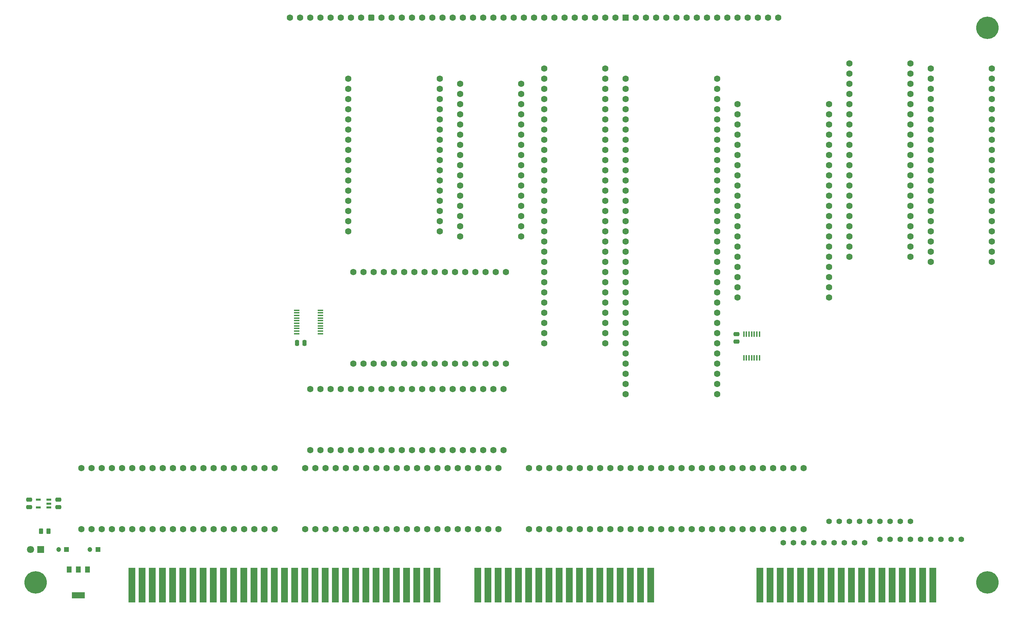
<source format=gts>
%TF.GenerationSoftware,KiCad,Pcbnew,7.0.5*%
%TF.CreationDate,2024-02-23T20:54:14+02:00*%
%TF.ProjectId,Processor Board,50726f63-6573-4736-9f72-20426f617264,rev?*%
%TF.SameCoordinates,PX10f4d20PY1360f00*%
%TF.FileFunction,Soldermask,Top*%
%TF.FilePolarity,Negative*%
%FSLAX46Y46*%
G04 Gerber Fmt 4.6, Leading zero omitted, Abs format (unit mm)*
G04 Created by KiCad (PCBNEW 7.0.5) date 2024-02-23 20:54:14*
%MOMM*%
%LPD*%
G01*
G04 APERTURE LIST*
G04 Aperture macros list*
%AMRoundRect*
0 Rectangle with rounded corners*
0 $1 Rounding radius*
0 $2 $3 $4 $5 $6 $7 $8 $9 X,Y pos of 4 corners*
0 Add a 4 corners polygon primitive as box body*
4,1,4,$2,$3,$4,$5,$6,$7,$8,$9,$2,$3,0*
0 Add four circle primitives for the rounded corners*
1,1,$1+$1,$2,$3*
1,1,$1+$1,$4,$5*
1,1,$1+$1,$6,$7*
1,1,$1+$1,$8,$9*
0 Add four rect primitives between the rounded corners*
20,1,$1+$1,$2,$3,$4,$5,0*
20,1,$1+$1,$4,$5,$6,$7,0*
20,1,$1+$1,$6,$7,$8,$9,0*
20,1,$1+$1,$8,$9,$2,$3,0*%
G04 Aperture macros list end*
%ADD10C,1.600000*%
%ADD11R,1.200000X1.500000*%
%ADD12R,3.300000X1.500000*%
%ADD13R,1.780000X8.620000*%
%ADD14R,1.475000X0.450000*%
%ADD15RoundRect,0.250000X-0.475000X0.250000X-0.475000X-0.250000X0.475000X-0.250000X0.475000X0.250000X0*%
%ADD16C,1.400000*%
%ADD17R,0.450000X1.475000*%
%ADD18RoundRect,0.400000X-0.400000X-0.400000X0.400000X-0.400000X0.400000X0.400000X-0.400000X0.400000X0*%
%ADD19R,1.600000X1.600000*%
%ADD20R,1.200000X1.200000*%
%ADD21C,1.200000*%
%ADD22C,5.600000*%
%ADD23R,1.150000X0.600000*%
%ADD24R,1.800000X1.800000*%
%ADD25C,1.800000*%
%ADD26RoundRect,0.250000X-0.250000X-0.475000X0.250000X-0.475000X0.250000X0.475000X-0.250000X0.475000X0*%
%ADD27RoundRect,0.250000X-0.262500X-0.450000X0.262500X-0.450000X0.262500X0.450000X-0.262500X0.450000X0*%
G04 APERTURE END LIST*
D10*
%TO.C,B10*%
X106045000Y-13970000D03*
X106045000Y-16510000D03*
X106045000Y-19050000D03*
X106045000Y-21590000D03*
X106045000Y-24130000D03*
X106045000Y-26670000D03*
X106045000Y-29210000D03*
X106045000Y-31750000D03*
X106045000Y-34290000D03*
X106045000Y-36830000D03*
X106045000Y-39370000D03*
X106045000Y-41910000D03*
X106045000Y-44450000D03*
X106045000Y-46990000D03*
X106045000Y-49530000D03*
X106045000Y-52070000D03*
X121285000Y-52070000D03*
X121285000Y-49530000D03*
X121285000Y-46990000D03*
X121285000Y-44450000D03*
X121285000Y-41910000D03*
X121285000Y-39370000D03*
X121285000Y-36830000D03*
X121285000Y-34290000D03*
X121285000Y-31750000D03*
X121285000Y-29210000D03*
X121285000Y-26670000D03*
X121285000Y-24130000D03*
X121285000Y-21590000D03*
X121285000Y-19050000D03*
X121285000Y-16510000D03*
X121285000Y-13970000D03*
%TD*%
D11*
%TO.C,IC3*%
X12968000Y-135230000D03*
X10668000Y-135230000D03*
X8368000Y-135230000D03*
D12*
X10668000Y-141630000D03*
%TD*%
D13*
%TO.C,J1*%
X180866248Y-139065000D03*
X183406248Y-139065000D03*
X185946248Y-139065000D03*
X188486248Y-139065000D03*
X191026248Y-139065000D03*
X193566248Y-139065000D03*
X196106248Y-139065000D03*
X198646248Y-139065000D03*
X201186248Y-139065000D03*
X203726248Y-139065000D03*
X206266248Y-139065000D03*
X208806248Y-139065000D03*
X211346248Y-139065000D03*
X213886248Y-139065000D03*
X216426248Y-139065000D03*
X218966248Y-139065000D03*
X221506248Y-139065000D03*
X224046248Y-139065000D03*
%TD*%
D14*
%TO.C,IC1*%
X71120000Y-76320000D03*
X71120000Y-75670000D03*
X71120000Y-75020000D03*
X71120000Y-74370000D03*
X71120000Y-73720000D03*
X71120000Y-73070000D03*
X71120000Y-72420000D03*
X71120000Y-71770000D03*
X71120000Y-71120000D03*
X71120000Y-70470000D03*
X65244000Y-70470000D03*
X65244000Y-71120000D03*
X65244000Y-71770000D03*
X65244000Y-72420000D03*
X65244000Y-73070000D03*
X65244000Y-73720000D03*
X65244000Y-74370000D03*
X65244000Y-75020000D03*
X65244000Y-75670000D03*
X65244000Y-76320000D03*
%TD*%
D15*
%TO.C,C1*%
X5677000Y-117737000D03*
X5677000Y-119637000D03*
%TD*%
D10*
%TO.C,B5*%
X142240000Y-78740000D03*
X142240000Y-76200000D03*
X142240000Y-73660000D03*
X142240000Y-71120000D03*
X142240000Y-68580000D03*
X142240000Y-66040000D03*
X142240000Y-63500000D03*
X142240000Y-60960000D03*
X142240000Y-58420000D03*
X142240000Y-55880000D03*
X142240000Y-53340000D03*
X142240000Y-50800000D03*
X142240000Y-48260000D03*
X142240000Y-45720000D03*
X142240000Y-43180000D03*
X142240000Y-40640000D03*
X142240000Y-38100000D03*
X142240000Y-35560000D03*
X142240000Y-33020000D03*
X142240000Y-30480000D03*
X142240000Y-27940000D03*
X142240000Y-25400000D03*
X142240000Y-22860000D03*
X142240000Y-20320000D03*
X142240000Y-17780000D03*
X142240000Y-15240000D03*
X142240000Y-12700000D03*
X142240000Y-10160000D03*
X127000000Y-10160000D03*
X127000000Y-12700000D03*
X127000000Y-15240000D03*
X127000000Y-17780000D03*
X127000000Y-20320000D03*
X127000000Y-22860000D03*
X127000000Y-25400000D03*
X127000000Y-27940000D03*
X127000000Y-30480000D03*
X127000000Y-33020000D03*
X127000000Y-35560000D03*
X127000000Y-38100000D03*
X127000000Y-40640000D03*
X127000000Y-43180000D03*
X127000000Y-45720000D03*
X127000000Y-48260000D03*
X127000000Y-50800000D03*
X127000000Y-53340000D03*
X127000000Y-55880000D03*
X127000000Y-58420000D03*
X127000000Y-60960000D03*
X127000000Y-63500000D03*
X127000000Y-66040000D03*
X127000000Y-68580000D03*
X127000000Y-71120000D03*
X127000000Y-73660000D03*
X127000000Y-76200000D03*
X127000000Y-78740000D03*
%TD*%
%TO.C,B3*%
X203200000Y-8890000D03*
X203200000Y-11430000D03*
X203200000Y-13970000D03*
X203200000Y-16510000D03*
X203200000Y-19050000D03*
X203200000Y-21590000D03*
X203200000Y-24130000D03*
X203200000Y-26670000D03*
X203200000Y-29210000D03*
X203200000Y-31750000D03*
X203200000Y-34290000D03*
X203200000Y-36830000D03*
X203200000Y-39370000D03*
X203200000Y-41910000D03*
X203200000Y-44450000D03*
X203200000Y-46990000D03*
X203200000Y-49530000D03*
X203200000Y-52070000D03*
X203200000Y-54610000D03*
X203200000Y-57150000D03*
X218440000Y-57150000D03*
X218440000Y-54610000D03*
X218440000Y-52070000D03*
X218440000Y-49530000D03*
X218440000Y-46990000D03*
X218440000Y-44450000D03*
X218440000Y-41910000D03*
X218440000Y-39370000D03*
X218440000Y-36830000D03*
X218440000Y-34290000D03*
X218440000Y-31750000D03*
X218440000Y-29210000D03*
X218440000Y-26670000D03*
X218440000Y-24130000D03*
X218440000Y-21590000D03*
X218440000Y-19050000D03*
X218440000Y-16510000D03*
X218440000Y-13970000D03*
X218440000Y-11430000D03*
X218440000Y-8890000D03*
%TD*%
%TO.C,B9*%
X59690000Y-109855000D03*
X57150000Y-109855000D03*
X54610000Y-109855000D03*
X52070000Y-109855000D03*
X49530000Y-109855000D03*
X46990000Y-109855000D03*
X44450000Y-109855000D03*
X41910000Y-109855000D03*
X39370000Y-109855000D03*
X36830000Y-109855000D03*
X34290000Y-109855000D03*
X31750000Y-109855000D03*
X29210000Y-109855000D03*
X26670000Y-109855000D03*
X24130000Y-109855000D03*
X21590000Y-109855000D03*
X19050000Y-109855000D03*
X16510000Y-109855000D03*
X13970000Y-109855000D03*
X11430000Y-109855000D03*
X11430000Y-125095000D03*
X13970000Y-125095000D03*
X16510000Y-125095000D03*
X19050000Y-125095000D03*
X21590000Y-125095000D03*
X24130000Y-125095000D03*
X26670000Y-125095000D03*
X29210000Y-125095000D03*
X31750000Y-125095000D03*
X34290000Y-125095000D03*
X36830000Y-125095000D03*
X39370000Y-125095000D03*
X41910000Y-125095000D03*
X44450000Y-125095000D03*
X46990000Y-125095000D03*
X49530000Y-125095000D03*
X52070000Y-125095000D03*
X54610000Y-125095000D03*
X57150000Y-125095000D03*
X59690000Y-125095000D03*
%TD*%
%TO.C,B11*%
X78105000Y-12700000D03*
X78105000Y-15240000D03*
X78105000Y-17780000D03*
X78105000Y-20320000D03*
X78105000Y-22860000D03*
X78105000Y-25400000D03*
X78105000Y-27940000D03*
X78105000Y-30480000D03*
X78105000Y-33020000D03*
X78105000Y-35560000D03*
X78105000Y-38100000D03*
X78105000Y-40640000D03*
X78105000Y-43180000D03*
X78105000Y-45720000D03*
X78105000Y-48260000D03*
X78105000Y-50800000D03*
X100965000Y-50800000D03*
X100965000Y-48260000D03*
X100965000Y-45720000D03*
X100965000Y-43180000D03*
X100965000Y-40640000D03*
X100965000Y-38100000D03*
X100965000Y-35560000D03*
X100965000Y-33020000D03*
X100965000Y-30480000D03*
X100965000Y-27940000D03*
X100965000Y-25400000D03*
X100965000Y-22860000D03*
X100965000Y-20320000D03*
X100965000Y-17780000D03*
X100965000Y-15240000D03*
X100965000Y-12700000D03*
%TD*%
D16*
%TO.C,RN8*%
X231140000Y-127635000D03*
X228600000Y-127635000D03*
X226060000Y-127635000D03*
X223520000Y-127635000D03*
X220980000Y-127635000D03*
X218440000Y-127635000D03*
X215900000Y-127635000D03*
X213360000Y-127635000D03*
X210820000Y-127635000D03*
%TD*%
D17*
%TO.C,IC4*%
X176856000Y-82336500D03*
X177506000Y-82336500D03*
X178156000Y-82336500D03*
X178806000Y-82336500D03*
X179456000Y-82336500D03*
X180106000Y-82336500D03*
X180756000Y-82336500D03*
X180756000Y-76460500D03*
X180106000Y-76460500D03*
X179456000Y-76460500D03*
X178806000Y-76460500D03*
X178156000Y-76460500D03*
X177506000Y-76460500D03*
X176856000Y-76460500D03*
%TD*%
D10*
%TO.C,B14*%
X191770000Y-109855000D03*
X189230000Y-109855000D03*
X186690000Y-109855000D03*
X184150000Y-109855000D03*
X181610000Y-109855000D03*
X179070000Y-109855000D03*
X176530000Y-109855000D03*
X173990000Y-109855000D03*
X171450000Y-109855000D03*
X168910000Y-109855000D03*
X166370000Y-109855000D03*
X163830000Y-109855000D03*
X161290000Y-109855000D03*
X158750000Y-109855000D03*
X156210000Y-109855000D03*
X153670000Y-109855000D03*
X151130000Y-109855000D03*
X148590000Y-109855000D03*
X146050000Y-109855000D03*
X143510000Y-109855000D03*
X140970000Y-109855000D03*
X138430000Y-109855000D03*
X135890000Y-109855000D03*
X133350000Y-109855000D03*
X130810000Y-109855000D03*
X128270000Y-109855000D03*
X125730000Y-109855000D03*
X123190000Y-109855000D03*
X123190000Y-125095000D03*
X125730000Y-125095000D03*
X128270000Y-125095000D03*
X130810000Y-125095000D03*
X133350000Y-125095000D03*
X135890000Y-125095000D03*
X138430000Y-125095000D03*
X140970000Y-125095000D03*
X143510000Y-125095000D03*
X146050000Y-125095000D03*
X148590000Y-125095000D03*
X151130000Y-125095000D03*
X153670000Y-125095000D03*
X156210000Y-125095000D03*
X158750000Y-125095000D03*
X161290000Y-125095000D03*
X163830000Y-125095000D03*
X166370000Y-125095000D03*
X168910000Y-125095000D03*
X171450000Y-125095000D03*
X173990000Y-125095000D03*
X176530000Y-125095000D03*
X179070000Y-125095000D03*
X181610000Y-125095000D03*
X184150000Y-125095000D03*
X186690000Y-125095000D03*
X189230000Y-125095000D03*
X191770000Y-125095000D03*
%TD*%
%TO.C,B13*%
X63500000Y2540000D03*
X66040000Y2540000D03*
X68580000Y2540000D03*
X71120000Y2540000D03*
X73660000Y2540000D03*
X76200000Y2540000D03*
X78740000Y2540000D03*
X81280000Y2540000D03*
D18*
X83820000Y2540000D03*
D10*
X86360000Y2540000D03*
X88900000Y2540000D03*
X91440000Y2540000D03*
X93980000Y2540000D03*
X96520000Y2540000D03*
X99060000Y2540000D03*
X101600000Y2540000D03*
X104140000Y2540000D03*
X106680000Y2540000D03*
X109220000Y2540000D03*
X111760000Y2540000D03*
X114300000Y2540000D03*
X116840000Y2540000D03*
X119380000Y2540000D03*
X121920000Y2540000D03*
X124460000Y2540000D03*
X127000000Y2540000D03*
X129540000Y2540000D03*
X132080000Y2540000D03*
X134620000Y2540000D03*
X137160000Y2540000D03*
X139700000Y2540000D03*
X142240000Y2540000D03*
X144780000Y2540000D03*
D19*
X147320000Y2540000D03*
D10*
X149860000Y2540000D03*
X152400000Y2540000D03*
X154940000Y2540000D03*
X157480000Y2540000D03*
X160020000Y2540000D03*
X162560000Y2540000D03*
X165100000Y2540000D03*
X167640000Y2540000D03*
X170180000Y2540000D03*
X172720000Y2540000D03*
X175260000Y2540000D03*
X177800000Y2540000D03*
X180340000Y2540000D03*
X182880000Y2540000D03*
X185420000Y2540000D03*
%TD*%
D20*
%TO.C,C4*%
X7747000Y-130175000D03*
D21*
X5747000Y-130175000D03*
%TD*%
D22*
%TO.C,H8*%
X237696500Y0D03*
%TD*%
D23*
%TO.C,IC2*%
X3324000Y-119682000D03*
X3324000Y-118732000D03*
X3324000Y-117782000D03*
X724000Y-117782000D03*
X724000Y-119682000D03*
%TD*%
D15*
%TO.C,C2*%
X-1562000Y-117737000D03*
X-1562000Y-119637000D03*
%TD*%
D16*
%TO.C,RN9*%
X218440000Y-123190000D03*
X215900000Y-123190000D03*
X213360000Y-123190000D03*
X210820000Y-123190000D03*
X208280000Y-123190000D03*
X205740000Y-123190000D03*
X203200000Y-123190000D03*
X200660000Y-123190000D03*
X198120000Y-123190000D03*
%TD*%
D10*
%TO.C,B6*%
X116840000Y-90170000D03*
X114300000Y-90170000D03*
X111760000Y-90170000D03*
X109220000Y-90170000D03*
X106680000Y-90170000D03*
X104140000Y-90170000D03*
X101600000Y-90170000D03*
X99060000Y-90170000D03*
X96520000Y-90170000D03*
X93980000Y-90170000D03*
X91440000Y-90170000D03*
X88900000Y-90170000D03*
X86360000Y-90170000D03*
X83820000Y-90170000D03*
X81280000Y-90170000D03*
X78740000Y-90170000D03*
X76200000Y-90170000D03*
X73660000Y-90170000D03*
X71120000Y-90170000D03*
X68580000Y-90170000D03*
X68580000Y-105410000D03*
X71120000Y-105410000D03*
X73660000Y-105410000D03*
X76200000Y-105410000D03*
X78740000Y-105410000D03*
X81280000Y-105410000D03*
X83820000Y-105410000D03*
X86360000Y-105410000D03*
X88900000Y-105410000D03*
X91440000Y-105410000D03*
X93980000Y-105410000D03*
X96520000Y-105410000D03*
X99060000Y-105410000D03*
X101600000Y-105410000D03*
X104140000Y-105410000D03*
X106680000Y-105410000D03*
X109220000Y-105410000D03*
X111760000Y-105410000D03*
X114300000Y-105410000D03*
X116840000Y-105410000D03*
%TD*%
D24*
%TO.C,LED2*%
X1270000Y-130175000D03*
D25*
X-1270000Y-130175000D03*
%TD*%
D20*
%TO.C,C3*%
X15589000Y-130175000D03*
D21*
X13589000Y-130175000D03*
%TD*%
D10*
%TO.C,B1*%
X147320000Y-12700000D03*
X147320000Y-15240000D03*
X147320000Y-17780000D03*
X147320000Y-20320000D03*
X147320000Y-22860000D03*
X147320000Y-25400000D03*
X147320000Y-27940000D03*
X147320000Y-30480000D03*
X147320000Y-33020000D03*
X147320000Y-35560000D03*
X147320000Y-38100000D03*
X147320000Y-40640000D03*
X147320000Y-43180000D03*
X147320000Y-45720000D03*
X147320000Y-48260000D03*
X147320000Y-50800000D03*
X147320000Y-53340000D03*
X147320000Y-55880000D03*
X147320000Y-58420000D03*
X147320000Y-60960000D03*
X147320000Y-63500000D03*
X147320000Y-66040000D03*
X147320000Y-68580000D03*
X147320000Y-71120000D03*
X147320000Y-73660000D03*
X147320000Y-76200000D03*
X147320000Y-78740000D03*
X147320000Y-81280000D03*
X147320000Y-83820000D03*
X147320000Y-86360000D03*
X147320000Y-88900000D03*
X147320000Y-91440000D03*
X170180000Y-91440000D03*
X170180000Y-88900000D03*
X170180000Y-86360000D03*
X170180000Y-83820000D03*
X170180000Y-81280000D03*
X170180000Y-78740000D03*
X170180000Y-76200000D03*
X170180000Y-73660000D03*
X170180000Y-71120000D03*
X170180000Y-68580000D03*
X170180000Y-66040000D03*
X170180000Y-63500000D03*
X170180000Y-60960000D03*
X170180000Y-58420000D03*
X170180000Y-55880000D03*
X170180000Y-53340000D03*
X170180000Y-50800000D03*
X170180000Y-48260000D03*
X170180000Y-45720000D03*
X170180000Y-43180000D03*
X170180000Y-40640000D03*
X170180000Y-38100000D03*
X170180000Y-35560000D03*
X170180000Y-33020000D03*
X170180000Y-30480000D03*
X170180000Y-27940000D03*
X170180000Y-25400000D03*
X170180000Y-22860000D03*
X170180000Y-20320000D03*
X170180000Y-17780000D03*
X170180000Y-15240000D03*
X170180000Y-12700000D03*
%TD*%
D22*
%TO.C,H16*%
X237696500Y-138430000D03*
%TD*%
D26*
%TO.C,C5*%
X65261000Y-78602000D03*
X67161000Y-78602000D03*
%TD*%
D27*
%TO.C,R3*%
X1373500Y-125593000D03*
X3198500Y-125593000D03*
%TD*%
D10*
%TO.C,B2*%
X79375000Y-83820000D03*
X81915000Y-83820000D03*
X84455000Y-83820000D03*
X86995000Y-83820000D03*
X89535000Y-83820000D03*
X92075000Y-83820000D03*
X94615000Y-83820000D03*
X97155000Y-83820000D03*
X99695000Y-83820000D03*
X102235000Y-83820000D03*
X104775000Y-83820000D03*
X107315000Y-83820000D03*
X109855000Y-83820000D03*
X112395000Y-83820000D03*
X114935000Y-83820000D03*
X117475000Y-83820000D03*
X117475000Y-60960000D03*
X114935000Y-60960000D03*
X112395000Y-60960000D03*
X109855000Y-60960000D03*
X107315000Y-60960000D03*
X104775000Y-60960000D03*
X102235000Y-60960000D03*
X99695000Y-60960000D03*
X97155000Y-60960000D03*
X94615000Y-60960000D03*
X92075000Y-60960000D03*
X89535000Y-60960000D03*
X86995000Y-60960000D03*
X84455000Y-60960000D03*
X81915000Y-60960000D03*
X79375000Y-60960000D03*
%TD*%
D13*
%TO.C,J5*%
X24087200Y-139065000D03*
X26627200Y-139065000D03*
X29167200Y-139065000D03*
X31707200Y-139065000D03*
X34247200Y-139065000D03*
X36787200Y-139065000D03*
X39327200Y-139065000D03*
X41867200Y-139065000D03*
X44407200Y-139065000D03*
X46947200Y-139065000D03*
X49487200Y-139065000D03*
X52027200Y-139065000D03*
X54567200Y-139065000D03*
X57107200Y-139065000D03*
X59647200Y-139065000D03*
X62187200Y-139065000D03*
X64727200Y-139065000D03*
X67267200Y-139065000D03*
X69807200Y-139065000D03*
X72347200Y-139065000D03*
X74887200Y-139065000D03*
X77427200Y-139065000D03*
X79967200Y-139065000D03*
X82507200Y-139065000D03*
X85047200Y-139065000D03*
X87587200Y-139065000D03*
X90127200Y-139065000D03*
X92667200Y-139065000D03*
X95207200Y-139065000D03*
X97747200Y-139065000D03*
X100287200Y-139065000D03*
X110447200Y-139065000D03*
X112987200Y-139065000D03*
X115527200Y-139065000D03*
X118067200Y-139065000D03*
X120607200Y-139065000D03*
X123147200Y-139065000D03*
X125687200Y-139065000D03*
X128227200Y-139065000D03*
X130767200Y-139065000D03*
X133307200Y-139065000D03*
X135847200Y-139065000D03*
X138387200Y-139065000D03*
X140927200Y-139065000D03*
X143467200Y-139065000D03*
X146007200Y-139065000D03*
X148547200Y-139065000D03*
X151087200Y-139065000D03*
X153627200Y-139065000D03*
%TD*%
D16*
%TO.C,RN7*%
X186690000Y-128524000D03*
X189230000Y-128524000D03*
X191770000Y-128524000D03*
X194310000Y-128524000D03*
X196850000Y-128524000D03*
X199390000Y-128524000D03*
X201930000Y-128524000D03*
X204470000Y-128524000D03*
X207010000Y-128524000D03*
%TD*%
D15*
%TO.C,C6*%
X174996000Y-76432500D03*
X174996000Y-78332500D03*
%TD*%
D10*
%TO.C,B8*%
X115570000Y-109855000D03*
X113030000Y-109855000D03*
X110490000Y-109855000D03*
X107950000Y-109855000D03*
X105410000Y-109855000D03*
X102870000Y-109855000D03*
X100330000Y-109855000D03*
X97790000Y-109855000D03*
X95250000Y-109855000D03*
X92710000Y-109855000D03*
X90170000Y-109855000D03*
X87630000Y-109855000D03*
X85090000Y-109855000D03*
X82550000Y-109855000D03*
X80010000Y-109855000D03*
X77470000Y-109855000D03*
X74930000Y-109855000D03*
X72390000Y-109855000D03*
X69850000Y-109855000D03*
X67310000Y-109855000D03*
X67310000Y-125095000D03*
X69850000Y-125095000D03*
X72390000Y-125095000D03*
X74930000Y-125095000D03*
X77470000Y-125095000D03*
X80010000Y-125095000D03*
X82550000Y-125095000D03*
X85090000Y-125095000D03*
X87630000Y-125095000D03*
X90170000Y-125095000D03*
X92710000Y-125095000D03*
X95250000Y-125095000D03*
X97790000Y-125095000D03*
X100330000Y-125095000D03*
X102870000Y-125095000D03*
X105410000Y-125095000D03*
X107950000Y-125095000D03*
X110490000Y-125095000D03*
X113030000Y-125095000D03*
X115570000Y-125095000D03*
%TD*%
%TO.C,B12*%
X223520000Y-10160000D03*
X223520000Y-12700000D03*
X223520000Y-15240000D03*
X223520000Y-17780000D03*
X223520000Y-20320000D03*
X223520000Y-22860000D03*
X223520000Y-25400000D03*
X223520000Y-27940000D03*
X223520000Y-30480000D03*
X223520000Y-33020000D03*
X223520000Y-35560000D03*
X223520000Y-38100000D03*
X223520000Y-40640000D03*
X223520000Y-43180000D03*
X223520000Y-45720000D03*
X223520000Y-48260000D03*
X223520000Y-50800000D03*
X223520000Y-53340000D03*
X223520000Y-55880000D03*
X223520000Y-58420000D03*
X238760000Y-58420000D03*
X238760000Y-55880000D03*
X238760000Y-53340000D03*
X238760000Y-50800000D03*
X238760000Y-48260000D03*
X238760000Y-45720000D03*
X238760000Y-43180000D03*
X238760000Y-40640000D03*
X238760000Y-38100000D03*
X238760000Y-35560000D03*
X238760000Y-33020000D03*
X238760000Y-30480000D03*
X238760000Y-27940000D03*
X238760000Y-25400000D03*
X238760000Y-22860000D03*
X238760000Y-20320000D03*
X238760000Y-17780000D03*
X238760000Y-15240000D03*
X238760000Y-12700000D03*
X238760000Y-10160000D03*
%TD*%
%TO.C,B4*%
X175260000Y-19050000D03*
X175260000Y-21590000D03*
X175260000Y-24130000D03*
X175260000Y-26670000D03*
X175260000Y-29210000D03*
X175260000Y-31750000D03*
X175260000Y-34290000D03*
X175260000Y-36830000D03*
X175260000Y-39370000D03*
X175260000Y-41910000D03*
X175260000Y-44450000D03*
X175260000Y-46990000D03*
X175260000Y-49530000D03*
X175260000Y-52070000D03*
X175260000Y-54610000D03*
X175260000Y-57150000D03*
X175260000Y-59690000D03*
X175260000Y-62230000D03*
X175260000Y-64770000D03*
X175260000Y-67310000D03*
X198120000Y-67310000D03*
X198120000Y-64770000D03*
X198120000Y-62230000D03*
X198120000Y-59690000D03*
X198120000Y-57150000D03*
X198120000Y-54610000D03*
X198120000Y-52070000D03*
X198120000Y-49530000D03*
X198120000Y-46990000D03*
X198120000Y-44450000D03*
X198120000Y-41910000D03*
X198120000Y-39370000D03*
X198120000Y-36830000D03*
X198120000Y-34290000D03*
X198120000Y-31750000D03*
X198120000Y-29210000D03*
X198120000Y-26670000D03*
X198120000Y-24130000D03*
X198120000Y-21590000D03*
X198120000Y-19050000D03*
%TD*%
D22*
%TO.C,H9*%
X8000Y-138430000D03*
%TD*%
M02*

</source>
